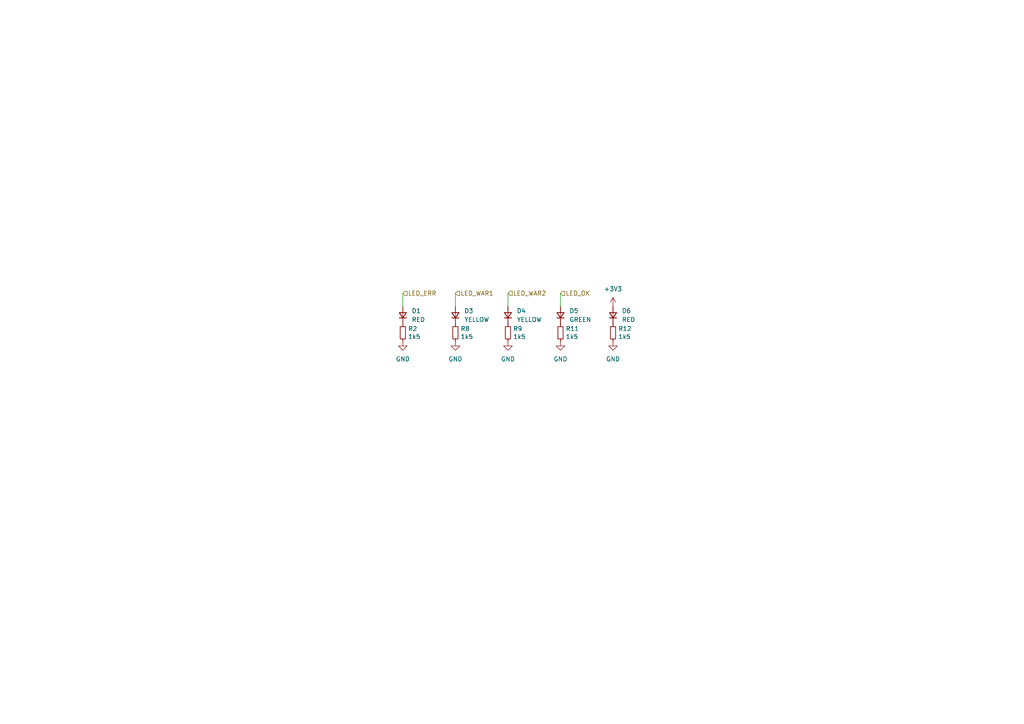
<source format=kicad_sch>
(kicad_sch (version 20211123) (generator eeschema)
  (paper "A4")
  (title_block (title "LEDs"))
  (lib_symbols
    (symbol "Device:D_Small" (pin_numbers hide) (pin_names (offset 0.254) hide)
      (property "Reference" "D" (at -1.27 2.032 0))
      (property "Value" "D_Small" (at -3.81 -2.032 0))
      (symbol "D_Small_0_1"
        (polyline (pts (xy -0.762 -1.016) (xy -0.762 1.016)) (stroke (width 0.254)))
        (polyline (pts (xy -0.762 0) (xy 0.762 0)))
        (polyline (pts (xy 0.762 -1.016) (xy -0.762 0) (xy 0.762 1.016) (xy 0.762 -1.016)) (stroke (width 0.254)))
      )
      (symbol "D_Small_1_1"
        (pin passive line (at -2.54 0 0) (length 1.778) (name "K") (number "1"))
        (pin passive line (at 2.54 0 180) (length 1.778) (name "A") (number "2"))
      )
    )
    (symbol "SB-Spoko-Bezpieczniki-rescue:R_Small-Device" (pin_numbers hide) (pin_names (offset 0.254) hide)
      (property "Reference" "R" (at 0.762 0.508 0))
      (property "Value" "SB-Spoko-Bezpieczniki-rescue_R_Small-Device" (at 0.762 -1.016 0))
      (symbol "R_Small-Device_0_1"
        (rectangle (start -0.762 1.778) (end 0.762 -1.778) (stroke (width 0.2032)))
      )
      (symbol "R_Small-Device_1_1"
        (pin passive line (at 0 2.54 270) (length 0.762) (name "~") (number "1"))
        (pin passive line (at 0 -2.54 90) (length 0.762) (name "~") (number "2"))
      )
    )
    (symbol "power:+3V3" (power) (pin_names (offset 0))
      (property "Value" "+3V3" (at 0 3.556 0))
      (symbol "+3V3_0_1"
        (polyline (pts (xy -0.762 1.27) (xy 0 2.54)))
        (polyline (pts (xy 0 0) (xy 0 2.54)))
        (polyline (pts (xy 0 2.54) (xy 0.762 1.27)))
      )
      (symbol "+3V3_1_1"
        (pin power_in line (at 0 0 90) (length 0) hide (name "+3V3") (number "1"))
      )
    )
    (symbol "power:GND" (power) (pin_names (offset 0))
      (property "Value" "GND" (at 0 -3.81 0))
      (symbol "GND_0_1"
        (polyline (pts (xy 0 0) (xy 0 -1.27) (xy 1.27 -1.27) (xy 0 -2.54) (xy -1.27 -1.27) (xy 0 -1.27)))
      )
      (symbol "GND_1_1"
        (pin power_in line (at 0 0 270) (length 0) hide (name "GND") (number "1"))
      )
    )
  )
  (wire (pts (xy 132.08 88.9) (xy 132.08 85.09)))
  (wire (pts (xy 162.56 88.9) (xy 162.56 85.09)))
  (wire (pts (xy 147.32 88.9) (xy 147.32 85.09)))
  (wire (pts (xy 116.84 88.9) (xy 116.84 85.09)))
  (hierarchical_label "LED_ERR" (shape input) (at 116.84 85.09 0))
  (hierarchical_label "LED_WAR2" (shape input) (at 147.32 85.09 0))
  (hierarchical_label "LED_WAR1" (shape input) (at 132.08 85.09 0))
  (hierarchical_label "LED_OK" (shape input) (at 162.56 85.09 0))
  (symbol (lib_id "Device:D_Small") (at 132.08 91.44 90) (unit 1)
    (property "Reference" "D3" (at 134.62 90.1699 90) (effects (justify right)))
    (property "Value" "YELLOW" (at 134.62 92.7099 90) (effects (justify right)))
    (property "Footprint" "Diode_SMD:D_0603_1608Metric" (effects hide))
  )
  (symbol (lib_id "SB-Spoko-Bezpieczniki-rescue:R_Small-Device") (at 147.32 96.52 0) (unit 1)
    (property "Reference" "R9" (at 148.8186 95.3516 0) (effects (justify left)))
    (property "Value" "1k5" (at 148.8186 97.663 0) (effects (justify left)))
    (property "Footprint" "Resistor_SMD:R_0603_1608Metric" (effects hide))
  )
  (symbol (lib_id "power:GND") (at 162.56 99.06 0) (unit 1)
    (property "Reference" "#PWR021" (effects hide))
    (property "Value" "GND" (at 162.56 104.14 0))
  )
  (symbol (lib_id "Device:D_Small") (at 116.84 91.44 90) (unit 1)
    (property "Reference" "D1" (at 119.38 90.1699 90) (effects (justify right)))
    (property "Value" "RED" (at 119.38 92.7099 90) (effects (justify right)))
    (property "Footprint" "Diode_SMD:D_0603_1608Metric" (effects hide))
  )
  (symbol (lib_id "power:GND") (at 177.8 99.06 0) (unit 1)
    (property "Reference" "#PWR024" (effects hide))
    (property "Value" "GND" (at 177.8 104.14 0))
  )
  (symbol (lib_id "power:GND") (at 147.32 99.06 0) (unit 1)
    (property "Reference" "#PWR018" (effects hide))
    (property "Value" "GND" (at 147.32 104.14 0))
  )
  (symbol (lib_id "SB-Spoko-Bezpieczniki-rescue:R_Small-Device") (at 116.84 96.52 0) (unit 1)
    (property "Reference" "R2" (at 118.3386 95.3516 0) (effects (justify left)))
    (property "Value" "1k5" (at 118.3386 97.663 0) (effects (justify left)))
    (property "Footprint" "Resistor_SMD:R_0603_1608Metric" (effects hide))
  )
  (symbol (lib_id "power:+3V3") (at 177.8 88.9 0) (mirror y) (unit 1)
    (property "Reference" "#PWR022" (effects hide))
    (property "Value" "+3V3" (at 177.8 83.82 0))
  )
  (symbol (lib_id "SB-Spoko-Bezpieczniki-rescue:R_Small-Device") (at 177.8 96.52 0) (unit 1)
    (property "Reference" "R12" (at 179.2986 95.3516 0) (effects (justify left)))
    (property "Value" "1k5" (at 179.2986 97.663 0) (effects (justify left)))
    (property "Footprint" "Resistor_SMD:R_0603_1608Metric" (effects hide))
  )
  (symbol (lib_id "power:GND") (at 132.08 99.06 0) (unit 1)
    (property "Reference" "#PWR013" (effects hide))
    (property "Value" "GND" (at 132.08 104.14 0))
  )
  (symbol (lib_id "Device:D_Small") (at 177.8 91.44 90) (unit 1)
    (property "Reference" "D6" (at 180.34 90.1699 90) (effects (justify right)))
    (property "Value" "RED" (at 180.34 92.7099 90) (effects (justify right)))
    (property "Footprint" "Diode_SMD:D_0603_1608Metric" (effects hide))
  )
  (symbol (lib_id "SB-Spoko-Bezpieczniki-rescue:R_Small-Device") (at 162.56 96.52 0) (unit 1)
    (property "Reference" "R11" (at 164.0586 95.3516 0) (effects (justify left)))
    (property "Value" "1k5" (at 164.0586 97.663 0) (effects (justify left)))
    (property "Footprint" "Resistor_SMD:R_0603_1608Metric" (effects hide))
  )
  (symbol (lib_id "SB-Spoko-Bezpieczniki-rescue:R_Small-Device") (at 132.08 96.52 0) (unit 1)
    (property "Reference" "R8" (at 133.5786 95.3516 0) (effects (justify left)))
    (property "Value" "1k5" (at 133.5786 97.663 0) (effects (justify left)))
    (property "Footprint" "Resistor_SMD:R_0603_1608Metric" (effects hide))
  )
  (symbol (lib_id "Device:D_Small") (at 162.56 91.44 90) (unit 1)
    (property "Reference" "D5" (at 165.1 90.1699 90) (effects (justify right)))
    (property "Value" "GREEN" (at 165.1 92.7099 90) (effects (justify right)))
    (property "Footprint" "Diode_SMD:D_0603_1608Metric" (effects hide))
  )
  (symbol (lib_id "Device:D_Small") (at 147.32 91.44 90) (unit 1)
    (property "Reference" "D4" (at 149.86 90.1699 90) (effects (justify right)))
    (property "Value" "YELLOW" (at 149.86 92.7099 90) (effects (justify right)))
    (property "Footprint" "Diode_SMD:D_0603_1608Metric" (effects hide))
  )
  (symbol (lib_id "power:GND") (at 116.84 99.06 0) (unit 1)
    (property "Reference" "#PWR09" (effects hide))
    (property "Value" "GND" (at 116.84 104.14 0))
  )
)
</source>
